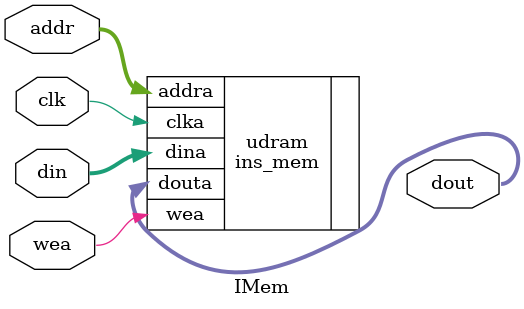
<source format=v>
module IMem(
input clk,
input wea,
input [13:0] addr,
input [31:0] din,
output [31:0] dout
);
ins_mem udram(.clka(clk),.wea(wea),.addra(addr),.dina(din),.douta(dout));
endmodule
</source>
